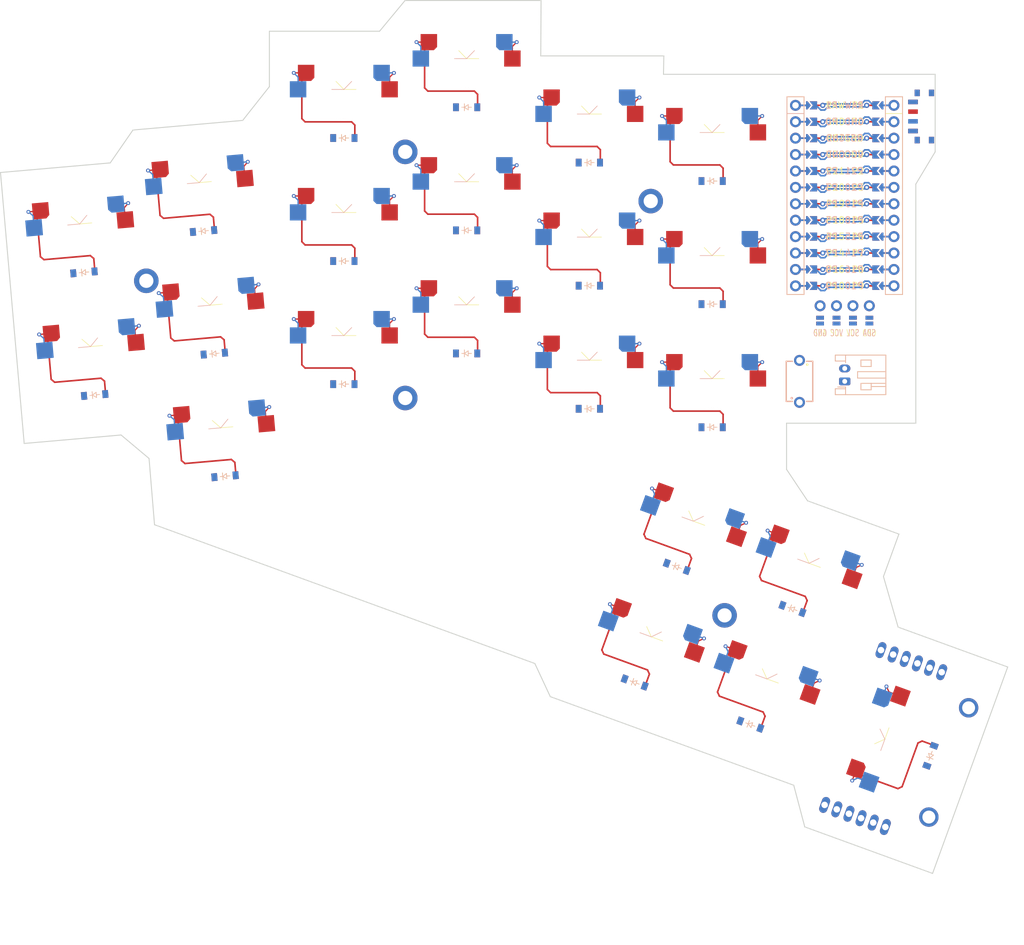
<source format=kicad_pcb>
(kicad_pcb (version 20240108) (generator "ergogen") (generator_version "4.2.1")
  (title_block (title "ergofunctor") (date "2025-11-24") (rev "v1.0.0") (company "Unknown"))
  (layers (0 "F.Cu" signal) (31 "B.Cu" signal) (34 "B.Paste" user) (35 "F.Paste" user) (36 "B.SilkS" user "B.Silkscreen") (37 "F.SilkS" user "F.Silkscreen") (38 "B.Mask" user) (39 "F.Mask" user) (44 "Edge.Cuts" user))
  (net 0 "")
  (net 1 "P4")
  (net 2 "outer_home")
  (net 3 "GND")
  (net 4 "D1")
  (net 5 "D2")
  (net 6 "outer_top")
  (net 7 "P5")
  (net 8 "innerp_bottom")
  (net 9 "innerp_home")
  (net 10 "innerp_top")
  (net 11 "P6")
  (net 12 "ring_bottom")
  (net 13 "ring_home")
  (net 14 "ring_top")
  (net 15 "P7")
  (net 16 "middle_bottom")
  (net 17 "middle_home")
  (net 18 "middle_top")
  (net 19 "P8")
  (net 20 "index_bottom")
  (net 21 "index_home")
  (net 22 "index_top")
  (net 23 "P9")
  (net 24 "inner_bottom")
  (net 25 "inner_home")
  (net 26 "inner_top")
  (net 27 "outer_top_row")
  (net 28 "middle_top_row")
  (net 29 "outer_bottom_row")
  (net 30 "middle_bottom_row")
  (net 31 "inner_row")
  (net 32 "P14")
  (net 33 "P15")
  (net 34 "P16")
  (net 35 "P10")
  (net 36 "RAW")
  (net 37 "RST")
  (net 38 "VCC")
  (net 39 "P21")
  (net 40 "P20")
  (net 41 "P19")
  (net 42 "P18")
  (net 43 "P1")
  (net 44 "P0")
  (net 45 "P2")
  (net 46 "P3")
  (net 47 "P101")
  (net 48 "P102")
  (net 49 "P107")
  (net 50 "MCU1_24")
  (net 51 "MCU1_1")
  (net 52 "MCU1_23")
  (net 53 "MCU1_2")
  (net 54 "MCU1_22")
  (net 55 "MCU1_3")
  (net 56 "MCU1_21")
  (net 57 "MCU1_4")
  (net 58 "MCU1_20")
  (net 59 "MCU1_5")
  (net 60 "MCU1_19")
  (net 61 "MCU1_6")
  (net 62 "MCU1_18")
  (net 63 "MCU1_7")
  (net 64 "MCU1_17")
  (net 65 "MCU1_8")
  (net 66 "MCU1_16")
  (net 67 "MCU1_9")
  (net 68 "MCU1_15")
  (net 69 "MCU1_10")
  (net 70 "MCU1_14")
  (net 71 "MCU1_11")
  (net 72 "MCU1_13")
  (net 73 "MCU1_12")
  (net 74 "sw1")
  (net 75 "DISP1_1")
  (net 76 "DISP1_2")
  (net 77 "DISP1_3")
  (net 78 "DISP1_4")
  (net 79 "inner_rowb")
  (footprint "ceoloide:switch_mx" (layer "B.Cu") (at 48.3396831 81.022491 5)
    (property "Reference" "S1" hide)
  )
  (segment (start 55.0129299 76.006793) (end 55.1763469 77.874658) (width 0.2) (layer "F.Cu") (net 1))
  (segment (start 55.617440800000004 75.2863649) (end 55.0129299 76.006793) (width 0.2) (layer "F.Cu") (net 1))
  (via (at 55.617440800000004 75.2863649) (size 0.6) (drill 0.3) (layers "F.Cu" "B.Cu") (net 1))
  (segment (start 53.716701400000005 75.45265810000001) (end 55.617440800000004 75.2863649) (width 0.2) (layer "B.Cu") (net 1))
  (segment (start 40.8968511 77.2417898) (end 41.0602681 79.1096549) (width 0.2) (layer "B.Cu") (net 2))
  (segment (start 40.176423 76.6372789) (end 40.8968511 77.2417898) (width 0.2) (layer "B.Cu") (net 2))
  (via (at 40.176423 76.6372789) (size 0.6) (drill 0.3) (layers "F.Cu" "B.Cu") (net 2))
  (segment (start 42.0771625 76.47098580000001) (end 40.176423 76.6372789) (width 0.2) (layer "F.Cu") (net 2))
  (footprint "ceoloide:switch_mx" (layer "B.Cu") (at 46.679366200000004 62.044982000000005 5)
    (property "Reference" "S2" hide)
  )
  (segment (start 53.352613000000005 57.029284000000004) (end 53.51603 58.897149000000006) (width 0.2) (layer "F.Cu") (net 1))
  (segment (start 53.957123900000006 56.308855900000005) (end 53.352613000000005 57.029284000000004) (width 0.2) (layer "F.Cu") (net 1))
  (via (at 53.957123900000006 56.308855900000005) (size 0.6) (drill 0.3) (layers "F.Cu" "B.Cu") (net 1))
  (segment (start 52.05638450000001 56.4751491) (end 53.957123900000006 56.308855900000005) (width 0.2) (layer "B.Cu") (net 1))
  (segment (start 39.2365342 58.2642808) (end 39.399951200000004 60.132145900000005) (width 0.2) (layer "B.Cu") (net 6))
  (segment (start 38.5161061 57.6597699) (end 39.2365342 58.2642808) (width 0.2) (layer "B.Cu") (net 6))
  (via (at 38.5161061 57.6597699) (size 0.6) (drill 0.3) (layers "F.Cu" "B.Cu") (net 6))
  (segment (start 40.4168456 57.4934768) (end 38.5161061 57.6597699) (width 0.2) (layer "F.Cu") (net 6))
  (footprint "ceoloide:switch_mx" (layer "B.Cu") (at 68.51262 93.5996636 5)
    (property "Reference" "S3" hide)
  )
  (segment (start 75.1858668 88.5839656) (end 75.3492838 90.4518306) (width 0.2) (layer "F.Cu") (net 7))
  (segment (start 75.7903777 87.8635375) (end 75.1858668 88.5839656) (width 0.2) (layer "F.Cu") (net 7))
  (via (at 75.7903777 87.8635375) (size 0.6) (drill 0.3) (layers "F.Cu" "B.Cu") (net 7))
  (segment (start 73.8896383 88.0298307) (end 75.7903777 87.8635375) (width 0.2) (layer "B.Cu") (net 7))
  (segment (start 61.069787999999996 89.8189624) (end 61.233205 91.68682749999999) (width 0.2) (layer "B.Cu") (net 8))
  (segment (start 60.349359899999996 89.2144515) (end 61.069787999999996 89.8189624) (width 0.2) (layer "B.Cu") (net 8))
  (via (at 60.349359899999996 89.2144515) (size 0.6) (drill 0.3) (layers "F.Cu" "B.Cu") (net 8))
  (segment (start 62.250099399999996 89.0481584) (end 60.349359899999996 89.2144515) (width 0.2) (layer "F.Cu") (net 8))
  (footprint "ceoloide:switch_mx" (layer "B.Cu") (at 66.8523031 74.6221546 5)
    (property "Reference" "S4" hide)
  )
  (segment (start 73.5255499 69.6064566) (end 73.6889669 71.4743216) (width 0.2) (layer "F.Cu") (net 7))
  (segment (start 74.1300608 68.88602850000001) (end 73.5255499 69.6064566) (width 0.2) (layer "F.Cu") (net 7))
  (via (at 74.1300608 68.88602850000001) (size 0.6) (drill 0.3) (layers "F.Cu" "B.Cu") (net 7))
  (segment (start 72.2293214 69.05232170000001) (end 74.1300608 68.88602850000001) (width 0.2) (layer "B.Cu") (net 7))
  (segment (start 59.4094711 70.8414534) (end 59.5728881 72.7093185) (width 0.2) (layer "B.Cu") (net 9))
  (segment (start 58.689043 70.2369425) (end 59.4094711 70.8414534) (width 0.2) (layer "B.Cu") (net 9))
  (via (at 58.689043 70.2369425) (size 0.6) (drill 0.3) (layers "F.Cu" "B.Cu") (net 9))
  (segment (start 60.5897825 70.07064940000001) (end 58.689043 70.2369425) (width 0.2) (layer "F.Cu") (net 9))
  (footprint "ceoloide:switch_mx" (layer "B.Cu") (at 65.1919862 55.644645600000004 5)
    (property "Reference" "S5" hide)
  )
  (segment (start 71.865233 50.628947600000004) (end 72.02865 52.496812600000005) (width 0.2) (layer "F.Cu") (net 7))
  (segment (start 72.4697439 49.908519500000004) (end 71.865233 50.628947600000004) (width 0.2) (layer "F.Cu") (net 7))
  (via (at 72.4697439 49.908519500000004) (size 0.6) (drill 0.3) (layers "F.Cu" "B.Cu") (net 7))
  (segment (start 70.5690045 50.0748127) (end 72.4697439 49.908519500000004) (width 0.2) (layer "B.Cu") (net 7))
  (segment (start 57.7491542 51.8639444) (end 57.9125712 53.731809500000004) (width 0.2) (layer "B.Cu") (net 10))
  (segment (start 57.0287261 51.2594335) (end 57.7491542 51.8639444) (width 0.2) (layer "B.Cu") (net 10))
  (via (at 57.0287261 51.2594335) (size 0.6) (drill 0.3) (layers "F.Cu" "B.Cu") (net 10))
  (segment (start 58.9294656 51.0931404) (end 57.0287261 51.2594335) (width 0.2) (layer "F.Cu") (net 10))
  (footprint "ceoloide:switch_mx" (layer "B.Cu") (at 87.3407048 79.3313928 0)
    (property "Reference" "S6" hide)
  )
  (segment (start 94.42570479999999 74.9163928) (end 94.42570479999999 76.7913928) (width 0.2) (layer "F.Cu") (net 11))
  (segment (start 95.0907048 74.2513928) (end 94.42570479999999 74.9163928) (width 0.2) (layer "F.Cu") (net 11))
  (via (at 95.0907048 74.2513928) (size 0.6) (drill 0.3) (layers "F.Cu" "B.Cu") (net 11))
  (segment (start 93.1827048 74.2513928) (end 95.0907048 74.2513928) (width 0.2) (layer "B.Cu") (net 11))
  (segment (start 80.2557048 74.9163928) (end 80.2557048 76.7913928) (width 0.2) (layer "B.Cu") (net 12))
  (segment (start 79.5907048 74.2513928) (end 80.2557048 74.9163928) (width 0.2) (layer "B.Cu") (net 12))
  (via (at 79.5907048 74.2513928) (size 0.6) (drill 0.3) (layers "F.Cu" "B.Cu") (net 12))
  (segment (start 81.4987048 74.2513928) (end 79.5907048 74.2513928) (width 0.2) (layer "F.Cu") (net 12))
  (footprint "ceoloide:switch_mx" (layer "B.Cu") (at 87.3407048 60.281392800000006 0)
    (property "Reference" "S7" hide)
  )
  (segment (start 94.42570479999999 55.86639280000001) (end 94.42570479999999 57.74139280000001) (width 0.2) (layer "F.Cu") (net 11))
  (segment (start 95.0907048 55.20139280000001) (end 94.42570479999999 55.86639280000001) (width 0.2) (layer "F.Cu") (net 11))
  (via (at 95.0907048 55.20139280000001) (size 0.6) (drill 0.3) (layers "F.Cu" "B.Cu") (net 11))
  (segment (start 93.1827048 55.20139280000001) (end 95.0907048 55.20139280000001) (width 0.2) (layer "B.Cu") (net 11))
  (segment (start 80.2557048 55.86639280000001) (end 80.2557048 57.74139280000001) (width 0.2) (layer "B.Cu") (net 13))
  (segment (start 79.5907048 55.20139280000001) (end 80.2557048 55.86639280000001) (width 0.2) (layer "B.Cu") (net 13))
  (via (at 79.5907048 55.20139280000001) (size 0.6) (drill 0.3) (layers "F.Cu" "B.Cu") (net 13))
  (segment (start 81.4987048 55.20139280000001) (end 79.5907048 55.20139280000001) (width 0.2) (layer "F.Cu") (net 13))
  (footprint "ceoloide:switch_mx" (layer "B.Cu") (at 87.3407048 41.23139280000001 0)
    (property "Reference" "S8" hide)
  )
  (segment (start 94.42570479999999 36.81639280000001) (end 94.42570479999999 38.69139280000001) (width 0.2) (layer "F.Cu") (net 11))
  (segment (start 95.0907048 36.15139280000001) (end 94.42570479999999 36.81639280000001) (width 0.2) (layer "F.Cu") (net 11))
  (via (at 95.0907048 36.15139280000001) (size 0.6) (drill 0.3) (layers "F.Cu" "B.Cu") (net 11))
  (segment (start 93.1827048 36.15139280000001) (end 95.0907048 36.15139280000001) (width 0.2) (layer "B.Cu") (net 11))
  (segment (start 80.2557048 36.81639280000001) (end 80.2557048 38.69139280000001) (width 0.2) (layer "B.Cu") (net 14))
  (segment (start 79.5907048 36.15139280000001) (end 80.2557048 36.81639280000001) (width 0.2) (layer "B.Cu") (net 14))
  (via (at 79.5907048 36.15139280000001) (size 0.6) (drill 0.3) (layers "F.Cu" "B.Cu") (net 14))
  (segment (start 81.4987048 36.15139280000001) (end 79.5907048 36.15139280000001) (width 0.2) (layer "F.Cu") (net 14))
  (footprint "ceoloide:switch_mx" (layer "B.Cu") (at 106.34070489999999 74.5688928 0)
    (property "Reference" "S9" hide)
  )
  (segment (start 113.42570489999999 70.1538928) (end 113.42570489999999 72.0288928) (width 0.2) (layer "F.Cu") (net 15))
  (segment (start 114.09070489999999 69.4888928) (end 113.42570489999999 70.1538928) (width 0.2) (layer "F.Cu") (net 15))
  (via (at 114.09070489999999 69.4888928) (size 0.6) (drill 0.3) (layers "F.Cu" "B.Cu") (net 15))
  (segment (start 112.18270489999999 69.4888928) (end 114.09070489999999 69.4888928) (width 0.2) (layer "B.Cu") (net 15))
  (segment (start 99.2557049 70.1538928) (end 99.2557049 72.0288928) (width 0.2) (layer "B.Cu") (net 16))
  (segment (start 98.59070489999999 69.4888928) (end 99.2557049 70.1538928) (width 0.2) (layer "B.Cu") (net 16))
  (via (at 98.59070489999999 69.4888928) (size 0.6) (drill 0.3) (layers "F.Cu" "B.Cu") (net 16))
  (segment (start 100.49870489999999 69.4888928) (end 98.59070489999999 69.4888928) (width 0.2) (layer "F.Cu") (net 16))
  (footprint "ceoloide:switch_mx" (layer "B.Cu") (at 106.34070489999999 55.5188928 0)
    (property "Reference" "S10" hide)
  )
  (segment (start 113.42570489999999 51.103892800000004) (end 113.42570489999999 52.978892800000004) (width 0.2) (layer "F.Cu") (net 15))
  (segment (start 114.09070489999999 50.438892800000005) (end 113.42570489999999 51.103892800000004) (width 0.2) (layer "F.Cu") (net 15))
  (via (at 114.09070489999999 50.438892800000005) (size 0.6) (drill 0.3) (layers "F.Cu" "B.Cu") (net 15))
  (segment (start 112.18270489999999 50.438892800000005) (end 114.09070489999999 50.438892800000005) (width 0.2) (layer "B.Cu") (net 15))
  (segment (start 99.2557049 51.103892800000004) (end 99.2557049 52.978892800000004) (width 0.2) (layer "B.Cu") (net 17))
  (segment (start 98.59070489999999 50.438892800000005) (end 99.2557049 51.103892800000004) (width 0.2) (layer "B.Cu") (net 17))
  (via (at 98.59070489999999 50.438892800000005) (size 0.6) (drill 0.3) (layers "F.Cu" "B.Cu") (net 17))
  (segment (start 100.49870489999999 50.438892800000005) (end 98.59070489999999 50.438892800000005) (width 0.2) (layer "F.Cu") (net 17))
  (footprint "ceoloide:switch_mx" (layer "B.Cu") (at 106.34070489999999 36.468892800000006 0)
    (property "Reference" "S11" hide)
  )
  (segment (start 113.42570489999999 32.05389280000001) (end 113.42570489999999 33.92889280000001) (width 0.2) (layer "F.Cu") (net 15))
  (segment (start 114.09070489999999 31.388892800000008) (end 113.42570489999999 32.05389280000001) (width 0.2) (layer "F.Cu") (net 15))
  (via (at 114.09070489999999 31.388892800000008) (size 0.6) (drill 0.3) (layers "F.Cu" "B.Cu") (net 15))
  (segment (start 112.18270489999999 31.388892800000008) (end 114.09070489999999 31.388892800000008) (width 0.2) (layer "B.Cu") (net 15))
  (segment (start 99.2557049 32.05389280000001) (end 99.2557049 33.92889280000001) (width 0.2) (layer "B.Cu") (net 18))
  (segment (start 98.59070489999999 31.388892800000008) (end 99.2557049 32.05389280000001) (width 0.2) (layer "B.Cu") (net 18))
  (via (at 98.59070489999999 31.388892800000008) (size 0.6) (drill 0.3) (layers "F.Cu" "B.Cu") (net 18))
  (segment (start 100.49870489999999 31.388892800000008) (end 98.59070489999999 31.388892800000008) (width 0.2) (layer "F.Cu") (net 18))
  (footprint "ceoloide:switch_mx" (layer "B.Cu") (at 125.34070489999999 83.1413927 0)
    (property "Reference" "S12" hide)
  )
  (segment (start 132.4257049 78.72639269999999) (end 132.4257049 80.60139269999999) (width 0.2) (layer "F.Cu") (net 19))
  (segment (start 133.0907049 78.0613927) (end 132.4257049 78.72639269999999) (width 0.2) (layer "F.Cu") (net 19))
  (via (at 133.0907049 78.0613927) (size 0.6) (drill 0.3) (layers "F.Cu" "B.Cu") (net 19))
  (segment (start 131.1827049 78.0613927) (end 133.0907049 78.0613927) (width 0.2) (layer "B.Cu") (net 19))
  (segment (start 118.2557049 78.72639269999999) (end 118.2557049 80.60139269999999) (width 0.2) (layer "B.Cu") (net 20))
  (segment (start 117.59070489999999 78.0613927) (end 118.2557049 78.72639269999999) (width 0.2) (layer "B.Cu") (net 20))
  (via (at 117.59070489999999 78.0613927) (size 0.6) (drill 0.3) (layers "F.Cu" "B.Cu") (net 20))
  (segment (start 119.49870489999999 78.0613927) (end 117.59070489999999 78.0613927) (width 0.2) (layer "F.Cu") (net 20))
  (footprint "ceoloide:switch_mx" (layer "B.Cu") (at 125.34070489999999 64.0913927 0)
    (property "Reference" "S13" hide)
  )
  (segment (start 132.4257049 59.6763927) (end 132.4257049 61.5513927) (width 0.2) (layer "F.Cu") (net 19))
  (segment (start 133.0907049 59.0113927) (end 132.4257049 59.6763927) (width 0.2) (layer "F.Cu") (net 19))
  (via (at 133.0907049 59.0113927) (size 0.6) (drill 0.3) (layers "F.Cu" "B.Cu") (net 19))
  (segment (start 131.1827049 59.0113927) (end 133.0907049 59.0113927) (width 0.2) (layer "B.Cu") (net 19))
  (segment (start 118.2557049 59.6763927) (end 118.2557049 61.5513927) (width 0.2) (layer "B.Cu") (net 21))
  (segment (start 117.59070489999999 59.0113927) (end 118.2557049 59.6763927) (width 0.2) (layer "B.Cu") (net 21))
  (via (at 117.59070489999999 59.0113927) (size 0.6) (drill 0.3) (layers "F.Cu" "B.Cu") (net 21))
  (segment (start 119.49870489999999 59.0113927) (end 117.59070489999999 59.0113927) (width 0.2) (layer "F.Cu") (net 21))
  (footprint "ceoloide:switch_mx" (layer "B.Cu") (at 125.34070489999999 45.0413927 0)
    (property "Reference" "S14" hide)
  )
  (segment (start 132.4257049 40.626392700000004) (end 132.4257049 42.501392700000004) (width 0.2) (layer "F.Cu") (net 19))
  (segment (start 133.0907049 39.961392700000005) (end 132.4257049 40.626392700000004) (width 0.2) (layer "F.Cu") (net 19))
  (via (at 133.0907049 39.961392700000005) (size 0.6) (drill 0.3) (layers "F.Cu" "B.Cu") (net 19))
  (segment (start 131.1827049 39.961392700000005) (end 133.0907049 39.961392700000005) (width 0.2) (layer "B.Cu") (net 19))
  (segment (start 118.2557049 40.626392700000004) (end 118.2557049 42.501392700000004) (width 0.2) (layer "B.Cu") (net 22))
  (segment (start 117.59070489999999 39.961392700000005) (end 118.2557049 40.626392700000004) (width 0.2) (layer "B.Cu") (net 22))
  (via (at 117.59070489999999 39.961392700000005) (size 0.6) (drill 0.3) (layers "F.Cu" "B.Cu") (net 22))
  (segment (start 119.49870489999999 39.961392700000005) (end 117.59070489999999 39.961392700000005) (width 0.2) (layer "F.Cu") (net 22))
  (footprint "ceoloide:switch_mx" (layer "B.Cu") (at 144.3407049 85.99889280000001 0)
    (property "Reference" "S15" hide)
  )
  (segment (start 151.4257049 81.5838928) (end 151.4257049 83.4588928) (width 0.2) (layer "F.Cu") (net 23))
  (segment (start 152.0907049 80.91889280000001) (end 151.4257049 81.5838928) (width 0.2) (layer "F.Cu") (net 23))
  (via (at 152.0907049 80.91889280000001) (size 0.6) (drill 0.3) (layers "F.Cu" "B.Cu") (net 23))
  (segment (start 150.1827049 80.91889280000001) (end 152.0907049 80.91889280000001) (width 0.2) (layer "B.Cu") (net 23))
  (segment (start 137.25570489999998 81.5838928) (end 137.25570489999998 83.4588928) (width 0.2) (layer "B.Cu") (net 24))
  (segment (start 136.5907049 80.91889280000001) (end 137.25570489999998 81.5838928) (width 0.2) (layer "B.Cu") (net 24))
  (via (at 136.5907049 80.91889280000001) (size 0.6) (drill 0.3) (layers "F.Cu" "B.Cu") (net 24))
  (segment (start 138.49870489999998 80.91889280000001) (end 136.5907049 80.91889280000001) (width 0.2) (layer "F.Cu") (net 24))
  (footprint "ceoloide:switch_mx" (layer "B.Cu") (at 144.3407049 66.94889280000001 0)
    (property "Reference" "S16" hide)
  )
  (segment (start 151.4257049 62.53389280000001) (end 151.4257049 64.4088928) (width 0.2) (layer "F.Cu") (net 23))
  (segment (start 152.0907049 61.86889280000001) (end 151.4257049 62.53389280000001) (width 0.2) (layer "F.Cu") (net 23))
  (via (at 152.0907049 61.86889280000001) (size 0.6) (drill 0.3) (layers "F.Cu" "B.Cu") (net 23))
  (segment (start 150.1827049 61.86889280000001) (end 152.0907049 61.86889280000001) (width 0.2) (layer "B.Cu") (net 23))
  (segment (start 137.25570489999998 62.53389280000001) (end 137.25570489999998 64.4088928) (width 0.2) (layer "B.Cu") (net 25))
  (segment (start 136.5907049 61.86889280000001) (end 137.25570489999998 62.53389280000001) (width 0.2) (layer "B.Cu") (net 25))
  (via (at 136.5907049 61.86889280000001) (size 0.6) (drill 0.3) (layers "F.Cu" "B.Cu") (net 25))
  (segment (start 138.49870489999998 61.86889280000001) (end 136.5907049 61.86889280000001) (width 0.2) (layer "F.Cu") (net 25))
  (footprint "ceoloide:switch_mx" (layer "B.Cu") (at 144.3407049 47.89889280000001 0)
    (property "Reference" "S17" hide)
  )
  (segment (start 151.4257049 43.483892800000014) (end 151.4257049 45.358892800000014) (width 0.2) (layer "F.Cu") (net 23))
  (segment (start 152.0907049 42.818892800000015) (end 151.4257049 43.483892800000014) (width 0.2) (layer "F.Cu") (net 23))
  (via (at 152.0907049 42.818892800000015) (size 0.6) (drill 0.3) (layers "F.Cu" "B.Cu") (net 23))
  (segment (start 150.1827049 42.818892800000015) (end 152.0907049 42.818892800000015) (width 0.2) (layer "B.Cu") (net 23))
  (segment (start 137.25570489999998 43.483892800000014) (end 137.25570489999998 45.358892800000014) (width 0.2) (layer "B.Cu") (net 26))
  (segment (start 136.5907049 42.818892800000015) (end 137.25570489999998 43.483892800000014) (width 0.2) (layer "B.Cu") (net 26))
  (via (at 136.5907049 42.818892800000015) (size 0.6) (drill 0.3) (layers "F.Cu" "B.Cu") (net 26))
  (segment (start 138.49870489999998 42.818892800000015) (end 136.5907049 42.818892800000015) (width 0.2) (layer "F.Cu") (net 26))
  (footprint "ceoloide:switch_mx" (layer "B.Cu") (at 140.5807049 107.9063927 -20)
    (property "Reference" "S18" hide)
  )
  (segment (start 148.7484461 106.1808625) (end 148.1071583 107.9427862) (width 0.2) (layer "F.Cu") (net 1))
  (segment (start 149.600785 105.7834103) (end 148.7484461 106.1808625) (width 0.2) (layer "F.Cu") (net 1))
  (via (at 149.600785 105.7834103) (size 0.6) (drill 0.3) (layers "F.Cu" "B.Cu") (net 1))
  (segment (start 147.8078515 105.1308359) (end 149.600785 105.7834103) (width 0.2) (layer "B.Cu") (net 1))
  (segment (start 135.4330016 101.3344371) (end 134.7917138 103.09636069999999) (width 0.2) (layer "B.Cu") (net 27))
  (segment (start 135.0355494 100.4820981) (end 135.4330016 101.3344371) (width 0.2) (layer "B.Cu") (net 27))
  (via (at 135.0355494 100.4820981) (size 0.6) (drill 0.3) (layers "F.Cu" "B.Cu") (net 27))
  (segment (start 136.8284829 101.1346725) (end 135.0355494 100.4820981) (width 0.2) (layer "F.Cu") (net 27))
  (footprint "ceoloide:switch_mx" (layer "B.Cu") (at 158.4818493 114.4218764 -20)
    (property "Reference" "S19" hide)
  )
  (segment (start 166.6495905 112.69634620000001) (end 166.0083027 114.4582699) (width 0.2) (layer "F.Cu") (net 7))
  (segment (start 167.5019294 112.298894) (end 166.6495905 112.69634620000001) (width 0.2) (layer "F.Cu") (net 7))
  (via (at 167.5019294 112.298894) (size 0.6) (drill 0.3) (layers "F.Cu" "B.Cu") (net 7))
  (segment (start 165.7089959 111.6463196) (end 167.5019294 112.298894) (width 0.2) (layer "B.Cu") (net 7))
  (segment (start 153.334146 107.8499208) (end 152.6928582 109.6118444) (width 0.2) (layer "B.Cu") (net 28))
  (segment (start 152.9366938 106.9975818) (end 153.334146 107.8499208) (width 0.2) (layer "B.Cu") (net 28))
  (via (at 152.9366938 106.9975818) (size 0.6) (drill 0.3) (layers "F.Cu" "B.Cu") (net 28))
  (segment (start 154.7296273 107.6501562) (end 152.9366938 106.9975818) (width 0.2) (layer "F.Cu") (net 28))
  (footprint "ceoloide:switch_mx" (layer "B.Cu") (at 134.0652212 125.80753709999999 -20)
    (property "Reference" "S20" hide)
  )
  (segment (start 142.2329624 124.0820069) (end 141.5916746 125.8439306) (width 0.2) (layer "F.Cu") (net 11))
  (segment (start 143.0853013 123.68455469999999) (end 142.2329624 124.0820069) (width 0.2) (layer "F.Cu") (net 11))
  (via (at 143.0853013 123.68455469999999) (size 0.6) (drill 0.3) (layers "F.Cu" "B.Cu") (net 11))
  (segment (start 141.2923678 123.03198029999999) (end 143.0853013 123.68455469999999) (width 0.2) (layer "B.Cu") (net 11))
  (segment (start 128.9175179 119.2355815) (end 128.2762301 120.99750509999998) (width 0.2) (layer "B.Cu") (net 29))
  (segment (start 128.5200657 118.3832425) (end 128.9175179 119.2355815) (width 0.2) (layer "B.Cu") (net 29))
  (via (at 128.5200657 118.3832425) (size 0.6) (drill 0.3) (layers "F.Cu" "B.Cu") (net 29))
  (segment (start 130.3129992 119.03581689999999) (end 128.5200657 118.3832425) (width 0.2) (layer "F.Cu") (net 29))
  (footprint "ceoloide:switch_mx" (layer "B.Cu") (at 151.9663656 132.3230208 -20)
    (property "Reference" "S21" hide)
  )
  (segment (start 160.13410679999998 130.5974906) (end 159.492819 132.3594143) (width 0.2) (layer "F.Cu") (net 15))
  (segment (start 160.9864457 130.20003839999998) (end 160.13410679999998 130.5974906) (width 0.2) (layer "F.Cu") (net 15))
  (via (at 160.9864457 130.20003839999998) (size 0.6) (drill 0.3) (layers "F.Cu" "B.Cu") (net 15))
  (segment (start 159.1935122 129.547464) (end 160.9864457 130.20003839999998) (width 0.2) (layer "B.Cu") (net 15))
  (segment (start 146.8186623 125.7510652) (end 146.17737449999998 127.51298879999999) (width 0.2) (layer "B.Cu") (net 30))
  (segment (start 146.4212101 124.8987262) (end 146.8186623 125.7510652) (width 0.2) (layer "B.Cu") (net 30))
  (via (at 146.4212101 124.8987262) (size 0.6) (drill 0.3) (layers "F.Cu" "B.Cu") (net 30))
  (segment (start 148.2141436 125.55130059999999) (end 146.4212101 124.8987262) (width 0.2) (layer "F.Cu") (net 30))
  (footprint "ceoloide:switch_mx" (layer "B.Cu") (at 173.4477389 140.1416013 70)
    (property "Reference" "S22" hide)
  )
  (segment (start 171.72220869999998 131.9738601) (end 173.4841324 132.61514789999998) (width 0.2) (layer "F.Cu") (net 19))
  (segment (start 171.32475649999998 131.1215212) (end 171.72220869999998 131.9738601) (width 0.2) (layer "F.Cu") (net 19))
  (via (at 171.32475649999998 131.1215212) (size 0.6) (drill 0.3) (layers "F.Cu" "B.Cu") (net 19))
  (segment (start 170.6721821 132.9144547) (end 171.32475649999998 131.1215212) (width 0.2) (layer "B.Cu") (net 19))
  (segment (start 166.8757833 145.28930459999998) (end 168.63770689999998 145.9305924) (width 0.2) (layer "B.Cu") (net 31))
  (segment (start 166.0234443 145.68675679999998) (end 166.8757833 145.28930459999998) (width 0.2) (layer "B.Cu") (net 31))
  (via (at 166.0234443 145.68675679999998) (size 0.6) (drill 0.3) (layers "F.Cu" "B.Cu") (net 31))
  (segment (start 166.6760187 143.89382329999998) (end 166.0234443 145.68675679999998) (width 0.2) (layer "F.Cu") (net 31))
  (footprint "ceoloide:diode_tht_sod123" (layer "F.Cu") (at 48.7754618 86.0034645 5)
    (property "Reference" "D1" hide)
  )
  (footprint "ceoloide:diode_tht_sod123" (layer "F.Cu") (at 47.115144900000004 67.02595550000001 5)
    (property "Reference" "D2" hide)
  )
  (footprint "ceoloide:diode_tht_sod123" (layer "F.Cu") (at 68.9483987 98.5806371 5)
    (property "Reference" "D3" hide)
  )
  (footprint "ceoloide:diode_tht_sod123" (layer "F.Cu") (at 67.2880818 79.6031281 5)
    (property "Reference" "D4" hide)
  )
  (footprint "ceoloide:diode_tht_sod123" (layer "F.Cu") (at 65.6277649 60.6256191 5)
    (property "Reference" "D5" hide)
  )
  (footprint "ceoloide:diode_tht_sod123" (layer "F.Cu") (at 87.3407048 84.3313928 0)
    (property "Reference" "D6" hide)
  )
  (footprint "ceoloide:diode_tht_sod123" (layer "F.Cu") (at 87.3407048 65.2813928 0)
    (property "Reference" "D7" hide)
  )
  (footprint "ceoloide:diode_tht_sod123" (layer "F.Cu") (at 87.3407048 46.23139280000001 0)
    (property "Reference" "D8" hide)
  )
  (footprint "ceoloide:diode_tht_sod123" (layer "F.Cu") (at 106.34070489999999 79.5688928 0)
    (property "Reference" "D9" hide)
  )
  (footprint "ceoloide:diode_tht_sod123" (layer "F.Cu") (at 106.34070489999999 60.5188928 0)
    (property "Reference" "D10" hide)
  )
  (footprint "ceoloide:diode_tht_sod123" (layer "F.Cu") (at 106.34070489999999 41.468892800000006 0)
    (property "Reference" "D11" hide)
  )
  (footprint "ceoloide:diode_tht_sod123" (layer "F.Cu") (at 125.34070489999999 88.1413927 0)
    (property "Reference" "D12" hide)
  )
  (footprint "ceoloide:diode_tht_sod123" (layer "F.Cu") (at 125.34070489999999 69.0913927 0)
    (property "Reference" "D13" hide)
  )
  (footprint "ceoloide:diode_tht_sod123" (layer "F.Cu") (at 125.34070489999999 50.0413927 0)
    (property "Reference" "D14" hide)
  )
  (footprint "ceoloide:diode_tht_sod123" (layer "F.Cu") (at 144.3407049 90.99889280000001 0)
    (property "Reference" "D15" hide)
  )
  (footprint "ceoloide:diode_tht_sod123" (layer "F.Cu") (at 144.3407049 71.94889280000001 0)
    (property "Reference" "D16" hide)
  )
  (footprint "ceoloide:diode_tht_sod123" (layer "F.Cu") (at 144.3407049 52.89889280000001 0)
    (property "Reference" "D17" hide)
  )
  (footprint "ceoloide:diode_tht_sod123" (layer "F.Cu") (at 138.8706042 112.6048558 -20)
    (property "Reference" "D18" hide)
  )
  (footprint "ceoloide:diode_tht_sod123" (layer "F.Cu") (at 156.7717486 119.1203395 -20)
    (property "Reference" "D19" hide)
  )
  (footprint "ceoloide:diode_tht_sod123" (layer "F.Cu") (at 132.3551205 130.5060002 -20)
    (property "Reference" "D20" hide)
  )
  (footprint "ceoloide:diode_tht_sod123" (layer "F.Cu") (at 150.2562649 137.0214839 -20)
    (property "Reference" "D21" hide)
  )
  (footprint "ceoloide:diode_tht_sod123" (layer "F.Cu") (at 178.146202 141.851702 70)
    (property "Reference" "D22" hide)
  )
  (segment (start 42.0771625 76.47098580000001) (end 41.5157946 77.6042245) (width 0.25) (layer F.Cu) (net 0))
  (segment (start 41.5157946 77.6042245) (end 42.038729000000004 83.58139270000001) (width 0.25) (layer F.Cu) (net 0))
  (segment (start 42.038729000000004 83.58139270000001) (end 42.580404300000005 84.0359122) (width 0.25) (layer F.Cu) (net 0))
  (segment (start 42.580404300000005 84.0359122) (end 49.7530061 83.4083909) (width 0.25) (layer F.Cu) (net 0))
  (segment (start 49.7530061 83.4083909) (end 50.2946813 83.8629103) (width 0.25) (layer F.Cu) (net 0))
  (segment (start 50.2946813 83.8629103) (end 50.4689928 85.8552997) (width 0.25) (layer F.Cu) (net 0))
  (segment (start 40.4168456 57.4934768) (end 39.8554777 58.6267155) (width 0.25) (layer F.Cu) (net 0))
  (segment (start 39.8554777 58.6267155) (end 40.378412100000006 64.60388370000001) (width 0.25) (layer F.Cu) (net 0))
  (segment (start 40.378412100000006 64.60388370000001) (end 40.92008740000001 65.0584032) (width 0.25) (layer F.Cu) (net 0))
  (segment (start 40.92008740000001 65.0584032) (end 48.0926892 64.4308819) (width 0.25) (layer F.Cu) (net 0))
  (segment (start 48.0926892 64.4308819) (end 48.6343644 64.8854013) (width 0.25) (layer F.Cu) (net 0))
  (segment (start 48.6343644 64.8854013) (end 48.808675900000004 66.8777907) (width 0.25) (layer F.Cu) (net 0))
  (segment (start 62.250099399999996 89.0481584) (end 61.688731499999996 90.1813971) (width 0.25) (layer F.Cu) (net 0))
  (segment (start 61.688731499999996 90.1813971) (end 62.2116659 96.15856529999999) (width 0.25) (layer F.Cu) (net 0))
  (segment (start 62.2116659 96.15856529999999) (end 62.7533412 96.6130848) (width 0.25) (layer F.Cu) (net 0))
  (segment (start 62.7533412 96.6130848) (end 69.925943 95.9855635) (width 0.25) (layer F.Cu) (net 0))
  (segment (start 69.925943 95.9855635) (end 70.4676182 96.4400829) (width 0.25) (layer F.Cu) (net 0))
  (segment (start 70.4676182 96.4400829) (end 70.64192969999999 98.4324723) (width 0.25) (layer F.Cu) (net 0))
  (segment (start 60.5897825 70.07064940000001) (end 60.0284146 71.2038881) (width 0.25) (layer F.Cu) (net 0))
  (segment (start 60.0284146 71.2038881) (end 60.551349 77.1810563) (width 0.25) (layer F.Cu) (net 0))
  (segment (start 60.551349 77.1810563) (end 61.0930243 77.6355758) (width 0.25) (layer F.Cu) (net 0))
  (segment (start 61.0930243 77.6355758) (end 68.2656261 77.0080545) (width 0.25) (layer F.Cu) (net 0))
  (segment (start 68.2656261 77.0080545) (end 68.8073013 77.4625739) (width 0.25) (layer F.Cu) (net 0))
  (segment (start 68.8073013 77.4625739) (end 68.9816128 79.4549633) (width 0.25) (layer F.Cu) (net 0))
  (segment (start 58.9294656 51.0931404) (end 58.3680977 52.2263791) (width 0.25) (layer F.Cu) (net 0))
  (segment (start 58.3680977 52.2263791) (end 58.891032100000004 58.203547300000004) (width 0.25) (layer F.Cu) (net 0))
  (segment (start 58.891032100000004 58.203547300000004) (end 59.432707400000005 58.6580668) (width 0.25) (layer F.Cu) (net 0))
  (segment (start 59.432707400000005 58.6580668) (end 66.60530920000001 58.0305455) (width 0.25) (layer F.Cu) (net 0))
  (segment (start 66.60530920000001 58.0305455) (end 67.14698440000001 58.485064900000005) (width 0.25) (layer F.Cu) (net 0))
  (segment (start 67.14698440000001 58.485064900000005) (end 67.3212959 60.477454300000005) (width 0.25) (layer F.Cu) (net 0))
  (segment (start 81.4987048 74.2513928) (end 80.8407048 75.3313928) (width 0.25) (layer F.Cu) (net 0))
  (segment (start 80.8407048 75.3313928) (end 80.8407048 81.3313928) (width 0.25) (layer F.Cu) (net 0))
  (segment (start 80.8407048 81.3313928) (end 81.3407048 81.8313928) (width 0.25) (layer F.Cu) (net 0))
  (segment (start 81.3407048 81.8313928) (end 88.5407048 81.8313928) (width 0.25) (layer F.Cu) (net 0))
  (segment (start 88.5407048 81.8313928) (end 89.0407048 82.3313928) (width 0.25) (layer F.Cu) (net 0))
  (segment (start 89.0407048 82.3313928) (end 89.0407048 84.3313928) (width 0.25) (layer F.Cu) (net 0))
  (segment (start 81.4987048 55.20139280000001) (end 80.8407048 56.281392800000006) (width 0.25) (layer F.Cu) (net 0))
  (segment (start 80.8407048 56.281392800000006) (end 80.8407048 62.281392800000006) (width 0.25) (layer F.Cu) (net 0))
  (segment (start 80.8407048 62.281392800000006) (end 81.3407048 62.781392800000006) (width 0.25) (layer F.Cu) (net 0))
  (segment (start 81.3407048 62.781392800000006) (end 88.5407048 62.781392800000006) (width 0.25) (layer F.Cu) (net 0))
  (segment (start 88.5407048 62.781392800000006) (end 89.0407048 63.281392800000006) (width 0.25) (layer F.Cu) (net 0))
  (segment (start 89.0407048 63.281392800000006) (end 89.0407048 65.2813928) (width 0.25) (layer F.Cu) (net 0))
  (segment (start 81.4987048 36.15139280000001) (end 80.8407048 37.23139280000001) (width 0.25) (layer F.Cu) (net 0))
  (segment (start 80.8407048 37.23139280000001) (end 80.8407048 43.23139280000001) (width 0.25) (layer F.Cu) (net 0))
  (segment (start 80.8407048 43.23139280000001) (end 81.3407048 43.73139280000001) (width 0.25) (layer F.Cu) (net 0))
  (segment (start 81.3407048 43.73139280000001) (end 88.5407048 43.73139280000001) (width 0.25) (layer F.Cu) (net 0))
  (segment (start 88.5407048 43.73139280000001) (end 89.0407048 44.23139280000001) (width 0.25) (layer F.Cu) (net 0))
  (segment (start 89.0407048 44.23139280000001) (end 89.0407048 46.23139280000001) (width 0.25) (layer F.Cu) (net 0))
  (segment (start 100.49870489999999 69.4888928) (end 99.84070489999999 70.5688928) (width 0.25) (layer F.Cu) (net 0))
  (segment (start 99.84070489999999 70.5688928) (end 99.84070489999999 76.5688928) (width 0.25) (layer F.Cu) (net 0))
  (segment (start 99.84070489999999 76.5688928) (end 100.34070489999999 77.0688928) (width 0.25) (layer F.Cu) (net 0))
  (segment (start 100.34070489999999 77.0688928) (end 107.5407049 77.0688928) (width 0.25) (layer F.Cu) (net 0))
  (segment (start 107.5407049 77.0688928) (end 108.0407049 77.5688928) (width 0.25) (layer F.Cu) (net 0))
  (segment (start 108.0407049 77.5688928) (end 108.0407049 79.5688928) (width 0.25) (layer F.Cu) (net 0))
  (segment (start 100.49870489999999 50.438892800000005) (end 99.84070489999999 51.5188928) (width 0.25) (layer F.Cu) (net 0))
  (segment (start 99.84070489999999 51.5188928) (end 99.84070489999999 57.5188928) (width 0.25) (layer F.Cu) (net 0))
  (segment (start 99.84070489999999 57.5188928) (end 100.34070489999999 58.0188928) (width 0.25) (layer F.Cu) (net 0))
  (segment (start 100.34070489999999 58.0188928) (end 107.5407049 58.0188928) (width 0.25) (layer F.Cu) (net 0))
  (segment (start 107.5407049 58.0188928) (end 108.0407049 58.5188928) (width 0.25) (layer F.Cu) (net 0))
  (segment (start 108.0407049 58.5188928) (end 108.0407049 60.5188928) (width 0.25) (layer F.Cu) (net 0))
  (segment (start 100.49870489999999 31.388892800000008) (end 99.84070489999999 32.468892800000006) (width 0.25) (layer F.Cu) (net 0))
  (segment (start 99.84070489999999 32.468892800000006) (end 99.84070489999999 38.468892800000006) (width 0.25) (layer F.Cu) (net 0))
  (segment (start 99.84070489999999 38.468892800000006) (end 100.34070489999999 38.968892800000006) (width 0.25) (layer F.Cu) (net 0))
  (segment (start 100.34070489999999 38.968892800000006) (end 107.5407049 38.968892800000006) (width 0.25) (layer F.Cu) (net 0))
  (segment (start 107.5407049 38.968892800000006) (end 108.0407049 39.468892800000006) (width 0.25) (layer F.Cu) (net 0))
  (segment (start 108.0407049 39.468892800000006) (end 108.0407049 41.468892800000006) (width 0.25) (layer F.Cu) (net 0))
  (segment (start 119.49870489999999 78.0613927) (end 118.84070489999999 79.1413927) (width 0.25) (layer F.Cu) (net 0))
  (segment (start 118.84070489999999 79.1413927) (end 118.84070489999999 85.1413927) (width 0.25) (layer F.Cu) (net 0))
  (segment (start 118.84070489999999 85.1413927) (end 119.34070489999999 85.6413927) (width 0.25) (layer F.Cu) (net 0))
  (segment (start 119.34070489999999 85.6413927) (end 126.5407049 85.6413927) (width 0.25) (layer F.Cu) (net 0))
  (segment (start 126.5407049 85.6413927) (end 127.0407049 86.1413927) (width 0.25) (layer F.Cu) (net 0))
  (segment (start 127.0407049 86.1413927) (end 127.0407049 88.1413927) (width 0.25) (layer F.Cu) (net 0))
  (segment (start 119.49870489999999 59.0113927) (end 118.84070489999999 60.0913927) (width 0.25) (layer F.Cu) (net 0))
  (segment (start 118.84070489999999 60.0913927) (end 118.84070489999999 66.0913927) (width 0.25) (layer F.Cu) (net 0))
  (segment (start 118.84070489999999 66.0913927) (end 119.34070489999999 66.5913927) (width 0.25) (layer F.Cu) (net 0))
  (segment (start 119.34070489999999 66.5913927) (end 126.5407049 66.5913927) (width 0.25) (layer F.Cu) (net 0))
  (segment (start 126.5407049 66.5913927) (end 127.0407049 67.0913927) (width 0.25) (layer F.Cu) (net 0))
  (segment (start 127.0407049 67.0913927) (end 127.0407049 69.0913927) (width 0.25) (layer F.Cu) (net 0))
  (segment (start 119.49870489999999 39.961392700000005) (end 118.84070489999999 41.0413927) (width 0.25) (layer F.Cu) (net 0))
  (segment (start 118.84070489999999 41.0413927) (end 118.84070489999999 47.0413927) (width 0.25) (layer F.Cu) (net 0))
  (segment (start 118.84070489999999 47.0413927) (end 119.34070489999999 47.5413927) (width 0.25) (layer F.Cu) (net 0))
  (segment (start 119.34070489999999 47.5413927) (end 126.5407049 47.5413927) (width 0.25) (layer F.Cu) (net 0))
  (segment (start 126.5407049 47.5413927) (end 127.0407049 48.0413927) (width 0.25) (layer F.Cu) (net 0))
  (segment (start 127.0407049 48.0413927) (end 127.0407049 50.0413927) (width 0.25) (layer F.Cu) (net 0))
  (segment (start 138.49870489999998 80.91889280000001) (end 137.8407049 81.99889280000001) (width 0.25) (layer F.Cu) (net 0))
  (segment (start 137.8407049 81.99889280000001) (end 137.8407049 87.99889280000001) (width 0.25) (layer F.Cu) (net 0))
  (segment (start 137.8407049 87.99889280000001) (end 138.3407049 88.49889280000001) (width 0.25) (layer F.Cu) (net 0))
  (segment (start 138.3407049 88.49889280000001) (end 145.54070489999998 88.49889280000001) (width 0.25) (layer F.Cu) (net 0))
  (segment (start 145.54070489999998 88.49889280000001) (end 146.04070489999998 88.99889280000001) (width 0.25) (layer F.Cu) (net 0))
  (segment (start 146.04070489999998 88.99889280000001) (end 146.04070489999998 90.99889280000001) (width 0.25) (layer F.Cu) (net 0))
  (segment (start 138.49870489999998 61.86889280000001) (end 137.8407049 62.94889280000001) (width 0.25) (layer F.Cu) (net 0))
  (segment (start 137.8407049 62.94889280000001) (end 137.8407049 68.94889280000001) (width 0.25) (layer F.Cu) (net 0))
  (segment (start 137.8407049 68.94889280000001) (end 138.3407049 69.44889280000001) (width 0.25) (layer F.Cu) (net 0))
  (segment (start 138.3407049 69.44889280000001) (end 145.54070489999998 69.44889280000001) (width 0.25) (layer F.Cu) (net 0))
  (segment (start 145.54070489999998 69.44889280000001) (end 146.04070489999998 69.94889280000001) (width 0.25) (layer F.Cu) (net 0))
  (segment (start 146.04070489999998 69.94889280000001) (end 146.04070489999998 71.94889280000001) (width 0.25) (layer F.Cu) (net 0))
  (segment (start 138.49870489999998 42.818892800000015) (end 137.8407049 43.89889280000001) (width 0.25) (layer F.Cu) (net 0))
  (segment (start 137.8407049 43.89889280000001) (end 137.8407049 49.89889280000001) (width 0.25) (layer F.Cu) (net 0))
  (segment (start 137.8407049 49.89889280000001) (end 138.3407049 50.39889280000001) (width 0.25) (layer F.Cu) (net 0))
  (segment (start 138.3407049 50.39889280000001) (end 145.54070489999998 50.39889280000001) (width 0.25) (layer F.Cu) (net 0))
  (segment (start 145.54070489999998 50.39889280000001) (end 146.04070489999998 50.89889280000001) (width 0.25) (layer F.Cu) (net 0))
  (segment (start 146.04070489999998 50.89889280000001) (end 146.04070489999998 52.89889280000001) (width 0.25) (layer F.Cu) (net 0))
  (segment (start 136.8284829 101.1346725) (end 135.8407834 101.9244913) (width 0.25) (layer F.Cu) (net 0))
  (segment (start 135.8407834 101.9244913) (end 133.7886626 107.562647) (width 0.25) (layer F.Cu) (net 0))
  (segment (start 133.7886626 107.562647) (end 134.0874988 108.2035034) (width 0.25) (layer F.Cu) (net 0))
  (segment (start 134.0874988 108.2035034) (end 140.8532857 110.6660484) (width 0.25) (layer F.Cu) (net 0))
  (segment (start 140.8532857 110.6660484) (end 141.1521219 111.3069048) (width 0.25) (layer F.Cu) (net 0))
  (segment (start 141.1521219 111.3069048) (end 140.4680816 113.18629) (width 0.25) (layer F.Cu) (net 0))
  (segment (start 154.7296273 107.6501562) (end 153.74192779999998 108.439975) (width 0.25) (layer F.Cu) (net 0))
  (segment (start 153.74192779999998 108.439975) (end 151.689807 114.0781307) (width 0.25) (layer F.Cu) (net 0))
  (segment (start 151.689807 114.0781307) (end 151.98864319999998 114.7189871) (width 0.25) (layer F.Cu) (net 0))
  (segment (start 151.98864319999998 114.7189871) (end 158.75443009999998 117.1815321) (width 0.25) (layer F.Cu) (net 0))
  (segment (start 158.75443009999998 117.1815321) (end 159.0532663 117.8223885) (width 0.25) (layer F.Cu) (net 0))
  (segment (start 159.0532663 117.8223885) (end 158.369226 119.7017737) (width 0.25) (layer F.Cu) (net 0))
  (segment (start 130.3129992 119.03581689999999) (end 129.3252997 119.82563569999999) (width 0.25) (layer F.Cu) (net 0))
  (segment (start 129.3252997 119.82563569999999) (end 127.27317889999999 125.46379139999999) (width 0.25) (layer F.Cu) (net 0))
  (segment (start 127.27317889999999 125.46379139999999) (end 127.5720151 126.1046478) (width 0.25) (layer F.Cu) (net 0))
  (segment (start 127.5720151 126.1046478) (end 134.33780199999998 128.5671928) (width 0.25) (layer F.Cu) (net 0))
  (segment (start 134.33780199999998 128.5671928) (end 134.6366382 129.20804919999998) (width 0.25) (layer F.Cu) (net 0))
  (segment (start 134.6366382 129.20804919999998) (end 133.9525979 131.08743439999998) (width 0.25) (layer F.Cu) (net 0))
  (segment (start 148.2141436 125.55130059999999) (end 147.22644409999998 126.3411194) (width 0.25) (layer F.Cu) (net 0))
  (segment (start 147.22644409999998 126.3411194) (end 145.1743233 131.9792751) (width 0.25) (layer F.Cu) (net 0))
  (segment (start 145.1743233 131.9792751) (end 145.47315949999998 132.62013149999999) (width 0.25) (layer F.Cu) (net 0))
  (segment (start 145.47315949999998 132.62013149999999) (end 152.23894639999997 135.0826765) (width 0.25) (layer F.Cu) (net 0))
  (segment (start 152.23894639999997 135.0826765) (end 152.53778259999999 135.72353289999998) (width 0.25) (layer F.Cu) (net 0))
  (segment (start 152.53778259999999 135.72353289999998) (end 151.8537423 137.60291809999998) (width 0.25) (layer F.Cu) (net 0))
  (segment (start 166.6760187 143.89382329999998) (end 167.4658375 144.8815228) (width 0.25) (layer F.Cu) (net 0))
  (segment (start 167.4658375 144.8815228) (end 173.1039932 146.93364359999998) (width 0.25) (layer F.Cu) (net 0))
  (segment (start 173.1039932 146.93364359999998) (end 173.74484959999998 146.6348074) (width 0.25) (layer F.Cu) (net 0))
  (segment (start 173.74484959999998 146.6348074) (end 176.2073946 139.8690205) (width 0.25) (layer F.Cu) (net 0))
  (segment (start 176.2073946 139.8690205) (end 176.84825099999998 139.5701843) (width 0.25) (layer F.Cu) (net 0))
  (segment (start 176.84825099999998 139.5701843) (end 178.72763619999998 140.2542246) (width 0.25) (layer F.Cu) (net 0))
  (footprint "ceoloide:mcu_supermini_nrf52840" (layer "F.Cu") (at 164.8657049 53.873892800000014 0)
    (property "Reference" "MCU1" hide)
  )
  (segment (start 169.6407049 41.17389280000002) (end 168.2657049 41.17389280000002) (width 0.25) (layer "F.Cu"))
  (segment (start 160.0907049 41.17389280000002) (end 161.4657049 41.17389280000002) (width 0.25) (layer "F.Cu"))
  (segment (start 157.2457049 41.17389280000002) (end 159.3657049 41.17389280000002) (width 0.25) (layer "F.Cu"))
  (segment (start 157.2457049 41.17389280000002) (end 159.3657049 41.17389280000002) (width 0.25) (layer "B.Cu"))
  (segment (start 170.3657049 41.17389280000002) (end 172.4857049 41.17389280000002) (width 0.25) (layer "F.Cu"))
  (segment (start 172.4857049 41.17389280000002) (end 170.3657049 41.17389280000002) (width 0.25) (layer "B.Cu"))
  (segment (start 162.2610099 41.403892800000015) (end 168.03570489999998 41.403892800000015) (width 0.25) (layer "B.Cu"))
  (segment (start 160.0907049 41.17389280000002) (end 160.4403999 41.17389280000002) (width 0.25) (layer "B.Cu"))
  (segment (start 161.1653999 41.89889280000001) (end 161.7660099 41.89889280000001) (width 0.25) (layer "B.Cu"))
  (segment (start 160.4403999 41.17389280000002) (end 161.1653999 41.89889280000001) (width 0.25) (layer "B.Cu"))
  (segment (start 161.7660099 41.89889280000001) (end 162.2610099 41.403892800000015) (width 0.25) (layer "B.Cu"))
  (segment (start 169.6407049 41.17389280000002) (end 169.2910099 41.17389280000002) (width 0.25) (layer "B.Cu"))
  (segment (start 167.4603999 40.95389280000001) (end 161.6857049 40.95389280000001) (width 0.25) (layer "B.Cu"))
  (segment (start 169.2910099 41.17389280000002) (end 168.56600989999998 40.44889280000001) (width 0.25) (layer "B.Cu"))
  (segment (start 168.56600989999998 40.44889280000001) (end 167.9653999 40.44889280000001) (width 0.25) (layer "B.Cu"))
  (segment (start 167.9653999 40.44889280000001) (end 167.4603999 40.95389280000001) (width 0.25) (layer "B.Cu"))
  (segment (start 169.6407049 43.71389280000001) (end 168.2657049 43.71389280000001) (width 0.25) (layer "F.Cu"))
  (segment (start 160.0907049 43.71389280000001) (end 161.4657049 43.71389280000001) (width 0.25) (layer "F.Cu"))
  (segment (start 157.2457049 43.71389280000001) (end 159.3657049 43.71389280000001) (width 0.25) (layer "F.Cu"))
  (segment (start 157.2457049 43.71389280000001) (end 159.3657049 43.71389280000001) (width 0.25) (layer "B.Cu"))
  (segment (start 170.3657049 43.71389280000001) (end 172.4857049 43.71389280000001) (width 0.25) (layer "F.Cu"))
  (segment (start 172.4857049 43.71389280000001) (end 170.3657049 43.71389280000001) (width 0.25) (layer "B.Cu"))
  (segment (start 162.2610099 43.943892800000015) (end 168.03570489999998 43.943892800000015) (width 0.25) (layer "B.Cu"))
  (segment (start 160.0907049 43.71389280000001) (end 160.4403999 43.71389280000001) (width 0.25) (layer "B.Cu"))
  (segment (start 161.1653999 44.43889280000001) (end 161.7660099 44.43889280000001) (width 0.25) (layer "B.Cu"))
  (segment (start 160.4403999 43.71389280000001) (end 161.1653999 44.43889280000001) (width 0.25) (layer "B.Cu"))
  (segment (start 161.7660099 44.43889280000001) (end 162.2610099 43.943892800000015) (width 0.25) (layer "B.Cu"))
  (segment (start 169.6407049 43.71389280000001) (end 169.2910099 43.71389280000001) (width 0.25) (layer "B.Cu"))
  (segment (start 167.4603999 43.49389280000001) (end 161.6857049 43.49389280000001) (width 0.25) (layer "B.Cu"))
  (segment (start 169.2910099 43.71389280000001) (end 168.56600989999998 42.988892800000016) (width 0.25) (layer "B.Cu"))
  (segment (start 168.56600989999998 42.988892800000016) (end 167.9653999 42.988892800000016) (width 0.25) (layer "B.Cu"))
  (segment (start 167.9653999 42.988892800000016) (end 167.4603999 43.49389280000001) (width 0.25) (layer "B.Cu"))
  (segment (start 169.6407049 46.25389280000002) (end 168.2657049 46.25389280000002) (width 0.25) (layer "F.Cu"))
  (segment (start 160.0907049 46.25389280000002) (end 161.4657049 46.25389280000002) (width 0.25) (layer "F.Cu"))
  (segment (start 157.2457049 46.25389280000002) (end 159.3657049 46.25389280000002) (width 0.25) (layer "F.Cu"))
  (segment (start 157.2457049 46.25389280000002) (end 159.3657049 46.25389280000002) (width 0.25) (layer "B.Cu"))
  (segment (start 170.3657049 46.25389280000002) (end 172.4857049 46.25389280000002) (width 0.25) (layer "F.Cu"))
  (segment (start 172.4857049 46.25389280000002) (end 170.3657049 46.25389280000002) (width 0.25) (layer "B.Cu"))
  (segment (start 162.2610099 46.483892800000014) (end 168.03570489999998 46.483892800000014) (width 0.25) (layer "B.Cu"))
  (segment (start 160.0907049 46.25389280000002) (end 160.4403999 46.25389280000002) (width 0.25) (layer "B.Cu"))
  (segment (start 161.1653999 46.97889280000001) (end 161.7660099 46.97889280000001) (width 0.25) (layer "B.Cu"))
  (segment (start 160.4403999 46.25389280000002) (end 161.1653999 46.97889280000001) (width 0.25) (layer "B.Cu"))
  (segment (start 161.7660099 46.97889280000001) (end 162.2610099 46.483892800000014) (width 0.25) (layer "B.Cu"))
  (segment (start 169.6407049 46.25389280000002) (end 169.2910099 46.25389280000002) (width 0.25) (layer "B.Cu"))
  (segment (start 167.4603999 46.03389280000002) (end 161.6857049 46.03389280000002) (width 0.25) (layer "B.Cu"))
  (segment (start 169.2910099 46.25389280000002) (end 168.56600989999998 45.528892800000015) (width 0.25) (layer "B.Cu"))
  (segment (start 168.56600989999998 45.528892800000015) (end 167.9653999 45.528892800000015) (width 0.25) (layer "B.Cu"))
  (segment (start 167.9653999 45.528892800000015) (end 167.4603999 46.03389280000002) (width 0.25) (layer "B.Cu"))
  (segment (start 169.6407049 48.793892800000016) (end 168.2657049 48.793892800000016) (width 0.25) (layer "F.Cu"))
  (segment (start 160.0907049 48.793892800000016) (end 161.4657049 48.793892800000016) (width 0.25) (layer "F.Cu"))
  (segment (start 157.2457049 48.793892800000016) (end 159.3657049 48.793892800000016) (width 0.25) (layer "F.Cu"))
  (segment (start 157.2457049 48.793892800000016) (end 159.3657049 48.793892800000016) (width 0.25) (layer "B.Cu"))
  (segment (start 170.3657049 48.793892800000016) (end 172.4857049 48.793892800000016) (width 0.25) (layer "F.Cu"))
  (segment (start 172.4857049 48.793892800000016) (end 170.3657049 48.793892800000016) (width 0.25) (layer "B.Cu"))
  (segment (start 162.2610099 49.02389280000001) (end 168.03570489999998 49.02389280000001) (width 0.25) (layer "B.Cu"))
  (segment (start 160.0907049 48.793892800000016) (end 160.4403999 48.793892800000016) (width 0.25) (layer "B.Cu"))
  (segment (start 161.1653999 49.51889280000002) (end 161.7660099 49.51889280000002) (width 0.25) (layer "B.Cu"))
  (segment (start 160.4403999 48.793892800000016) (end 161.1653999 49.51889280000002) (width 0.25) (layer "B.Cu"))
  (segment (start 161.7660099 49.51889280000002) (end 162.2610099 49.02389280000001) (width 0.25) (layer "B.Cu"))
  (segment (start 169.6407049 48.793892800000016) (end 169.2910099 48.793892800000016) (width 0.25) (layer "B.Cu"))
  (segment (start 167.4603999 48.57389280000002) (end 161.6857049 48.57389280000002) (width 0.25) (layer "B.Cu"))
  (segment (start 169.2910099 48.793892800000016) (end 168.56600989999998 48.068892800000015) (width 0.25) (layer "B.Cu"))
  (segment (start 168.56600989999998 48.068892800000015) (end 167.9653999 48.068892800000015) (width 0.25) (layer "B.Cu"))
  (segment (start 167.9653999 48.068892800000015) (end 167.4603999 48.57389280000002) (width 0.25) (layer "B.Cu"))
  (segment (start 169.6407049 51.333892800000015) (end 168.2657049 51.333892800000015) (width 0.25) (layer "F.Cu"))
  (segment (start 160.0907049 51.333892800000015) (end 161.4657049 51.333892800000015) (width 0.25) (layer "F.Cu"))
  (segment (start 157.2457049 51.333892800000015) (end 159.3657049 51.333892800000015) (width 0.25) (layer "F.Cu"))
  (segment (start 157.2457049 51.333892800000015) (end 159.3657049 51.333892800000015) (width 0.25) (layer "B.Cu"))
  (segment (start 170.3657049 51.333892800000015) (end 172.4857049 51.333892800000015) (width 0.25) (layer "F.Cu"))
  (segment (start 172.4857049 51.333892800000015) (end 170.3657049 51.333892800000015) (width 0.25) (layer "B.Cu"))
  (segment (start 162.2610099 51.56389280000001) (end 168.03570489999998 51.56389280000001) (width 0.25) (layer "B.Cu"))
  (segment (start 160.0907049 51.333892800000015) (end 160.4403999 51.333892800000015) (width 0.25) (layer "B.Cu"))
  (segment (start 161.1653999 52.05889280000002) (end 161.7660099 52.05889280000002) (width 0.25) (layer "B.Cu"))
  (segment (start 160.4403999 51.333892800000015) (end 161.1653999 52.05889280000002) (width 0.25) (layer "B.Cu"))
  (segment (start 161.7660099 52.05889280000002) (end 162.2610099 51.56389280000001) (width 0.25) (layer "B.Cu"))
  (segment (start 169.6407049 51.333892800000015) (end 169.2910099 51.333892800000015) (width 0.25) (layer "B.Cu"))
  (segment (start 167.4603999 51.113892800000016) (end 161.6857049 51.113892800000016) (width 0.25) (layer "B.Cu"))
  (segment (start 169.2910099 51.333892800000015) (end 168.56600989999998 50.608892800000014) (width 0.25) (layer "B.Cu"))
  (segment (start 168.56600989999998 50.608892800000014) (end 167.9653999 50.608892800000014) (width 0.25) (layer "B.Cu"))
  (segment (start 167.9653999 50.608892800000014) (end 167.4603999 51.113892800000016) (width 0.25) (layer "B.Cu"))
  (segment (start 169.6407049 53.873892800000014) (end 168.2657049 53.873892800000014) (width 0.25) (layer "F.Cu"))
  (segment (start 160.0907049 53.873892800000014) (end 161.4657049 53.873892800000014) (width 0.25) (layer "F.Cu"))
  (segment (start 157.2457049 53.873892800000014) (end 159.3657049 53.873892800000014) (width 0.25) (layer "F.Cu"))
  (segment (start 157.2457049 53.873892800000014) (end 159.3657049 53.873892800000014) (width 0.25) (layer "B.Cu"))
  (segment (start 170.3657049 53.873892800000014) (end 172.4857049 53.873892800000014) (width 0.25) (layer "F.Cu"))
  (segment (start 172.4857049 53.873892800000014) (end 170.3657049 53.873892800000014) (width 0.25) (layer "B.Cu"))
  (segment (start 162.2610099 54.10389280000001) (end 168.03570489999998 54.10389280000001) (width 0.25) (layer "B.Cu"))
  (segment (start 160.0907049 53.873892800000014) (end 160.4403999 53.873892800000014) (width 0.25) (layer "B.Cu"))
  (segment (start 161.1653999 54.598892800000016) (end 161.7660099 54.598892800000016) (width 0.25) (layer "B.Cu"))
  (segment (start 160.4403999 53.873892800000014) (end 161.1653999 54.598892800000016) (width 0.25) (layer "B.Cu"))
  (segment (start 161.7660099 54.598892800000016) (end 162.2610099 54.10389280000001) (width 0.25) (layer "B.Cu"))
  (segment (start 169.6407049 53.873892800000014) (end 169.2910099 53.873892800000014) (width 0.25) (layer "B.Cu"))
  (segment (start 167.4603999 53.653892800000015) (end 161.6857049 53.653892800000015) (width 0.25) (layer "B.Cu"))
  (segment (start 169.2910099 53.873892800000014) (end 168.56600989999998 53.14889280000001) (width 0.25) (layer "B.Cu"))
  (segment (start 168.56600989999998 53.14889280000001) (end 167.9653999 53.14889280000001) (width 0.25) (layer "B.Cu"))
  (segment (start 167.9653999 53.14889280000001) (end 167.4603999 53.653892800000015) (width 0.25) (layer "B.Cu"))
  (segment (start 169.6407049 56.41389280000001) (end 168.2657049 56.41389280000001) (width 0.25) (layer "F.Cu"))
  (segment (start 160.0907049 56.41389280000001) (end 161.4657049 56.41389280000001) (width 0.25) (layer "F.Cu"))
  (segment (start 157.2457049 56.41389280000001) (end 159.3657049 56.41389280000001) (width 0.25) (layer "F.Cu"))
  (segment (start 157.2457049 56.41389280000001) (end 159.3657049 56.41389280000001) (width 0.25) (layer "B.Cu"))
  (segment (start 170.3657049 56.41389280000001) (end 172.4857049 56.41389280000001) (width 0.25) (layer "F.Cu"))
  (segment (start 172.4857049 56.41389280000001) (end 170.3657049 56.41389280000001) (width 0.25) (layer "B.Cu"))
  (segment (start 162.2610099 56.64389280000002) (end 168.03570489999998 56.64389280000002) (width 0.25) (layer "B.Cu"))
  (segment (start 160.0907049 56.41389280000001) (end 160.4403999 56.41389280000001) (width 0.25) (layer "B.Cu"))
  (segment (start 161.1653999 57.138892800000015) (end 161.7660099 57.138892800000015) (width 0.25) (layer "B.Cu"))
  (segment (start 160.4403999 56.41389280000001) (end 161.1653999 57.138892800000015) (width 0.25) (layer "B.Cu"))
  (segment (start 161.7660099 57.138892800000015) (end 162.2610099 56.64389280000002) (width 0.25) (layer "B.Cu"))
  (segment (start 169.6407049 56.41389280000001) (end 169.2910099 56.41389280000001) (width 0.25) (layer "B.Cu"))
  (segment (start 167.4603999 56.193892800000015) (end 161.6857049 56.193892800000015) (width 0.25) (layer "B.Cu"))
  (segment (start 169.2910099 56.41389280000001) (end 168.56600989999998 55.68889280000001) (width 0.25) (layer "B.Cu"))
  (segment (start 168.56600989999998 55.68889280000001) (end 167.9653999 55.68889280000001) (width 0.25) (layer "B.Cu"))
  (segment (start 167.9653999 55.68889280000001) (end 167.4603999 56.193892800000015) (width 0.25) (layer "B.Cu"))
  (segment (start 169.6407049 58.95389280000001) (end 168.2657049 58.95389280000001) (width 0.25) (layer "F.Cu"))
  (segment (start 160.0907049 58.95389280000001) (end 161.4657049 58.95389280000001) (width 0.25) (layer "F.Cu"))
  (segment (start 157.2457049 58.95389280000001) (end 159.3657049 58.95389280000001) (width 0.25) (layer "F.Cu"))
  (segment (start 157.2457049 58.95389280000001) (end 159.3657049 58.95389280000001) (width 0.25) (layer "B.Cu"))
  (segment (start 170.3657049 58.95389280000001) (end 172.4857049 58.95389280000001) (width 0.25) (layer "F.Cu"))
  (segment (start 172.4857049 58.95389280000001) (end 170.3657049 58.95389280000001) (width 0.25) (layer "B.Cu"))
  (segment (start 162.2610099 59.18389280000002) (end 168.03570489999998 59.18389280000002) (width 0.25) (layer "B.Cu"))
  (segment (start 160.0907049 58.95389280000001) (end 160.4403999 58.95389280000001) (width 0.25) (layer "B.Cu"))
  (segment (start 161.1653999 59.678892800000014) (end 161.7660099 59.678892800000014) (width 0.25) (layer "B.Cu"))
  (segment (start 160.4403999 58.95389280000001) (end 161.1653999 59.678892800000014) (width 0.25) (layer "B.Cu"))
  (segment (start 161.7660099 59.678892800000014) (end 162.2610099 59.18389280000002) (width 0.25) (layer "B.Cu"))
  (segment (start 169.6407049 58.95389280000001) (end 169.2910099 58.95389280000001) (width 0.25) (layer "B.Cu"))
  (segment (start 167.4603999 58.733892800000014) (end 161.6857049 58.733892800000014) (width 0.25) (layer "B.Cu"))
  (segment (start 169.2910099 58.95389280000001) (end 168.56600989999998 58.22889280000001) (width 0.25) (layer "B.Cu"))
  (segment (start 168.56600989999998 58.22889280000001) (end 167.9653999 58.22889280000001) (width 0.25) (layer "B.Cu"))
  (segment (start 167.9653999 58.22889280000001) (end 167.4603999 58.733892800000014) (width 0.25) (layer "B.Cu"))
  (segment (start 169.6407049 61.49389280000001) (end 168.2657049 61.49389280000001) (width 0.25) (layer "F.Cu"))
  (segment (start 160.0907049 61.49389280000001) (end 161.4657049 61.49389280000001) (width 0.25) (layer "F.Cu"))
  (segment (start 157.2457049 61.49389280000001) (end 159.3657049 61.49389280000001) (width 0.25) (layer "F.Cu"))
  (segment (start 157.2457049 61.49389280000001) (end 159.3657049 61.49389280000001) (width 0.25) (layer "B.Cu"))
  (segment (start 170.3657049 61.49389280000001) (end 172.4857049 61.49389280000001) (width 0.25) (layer "F.Cu"))
  (segment (start 172.4857049 61.49389280000001) (end 170.3657049 61.49389280000001) (width 0.25) (layer "B.Cu"))
  (segment (start 162.2610099 61.723892800000016) (end 168.03570489999998 61.723892800000016) (width 0.25) (layer "B.Cu"))
  (segment (start 160.0907049 61.49389280000001) (end 160.4403999 61.49389280000001) (width 0.25) (layer "B.Cu"))
  (segment (start 161.1653999 62.21889280000001) (end 161.7660099 62.21889280000001) (width 0.25) (layer "B.Cu"))
  (segment (start 160.4403999 61.49389280000001) (end 161.1653999 62.21889280000001) (width 0.25) (layer "B.Cu"))
  (segment (start 161.7660099 62.21889280000001) (end 162.2610099 61.723892800000016) (width 0.25) (layer "B.Cu"))
  (segment (start 169.6407049 61.49389280000001) (end 169.2910099 61.49389280000001) (width 0.25) (layer "B.Cu"))
  (segment (start 167.4603999 61.27389280000001) (end 161.6857049 61.27389280000001) (width 0.25) (layer "B.Cu"))
  (segment (start 169.2910099 61.49389280000001) (end 168.56600989999998 60.76889280000002) (width 0.25) (layer "B.Cu"))
  (segment (start 168.56600989999998 60.76889280000002) (end 167.9653999 60.76889280000002) (width 0.25) (layer "B.Cu"))
  (segment (start 167.9653999 60.76889280000002) (end 167.4603999 61.27389280000001) (width 0.25) (layer "B.Cu"))
  (segment (start 169.6407049 64.03389280000002) (end 168.2657049 64.03389280000002) (width 0.25) (layer "F.Cu"))
  (segment (start 160.0907049 64.03389280000002) (end 161.4657049 64.03389280000002) (width 0.25) (layer "F.Cu"))
  (segment (start 157.2457049 64.03389280000002) (end 159.3657049 64.03389280000002) (width 0.25) (layer "F.Cu"))
  (segment (start 157.2457049 64.03389280000002) (end 159.3657049 64.03389280000002) (width 0.25) (layer "B.Cu"))
  (segment (start 170.3657049 64.03389280000002) (end 172.4857049 64.03389280000002) (width 0.25) (layer "F.Cu"))
  (segment (start 172.4857049 64.03389280000002) (end 170.3657049 64.03389280000002) (width 0.25) (layer "B.Cu"))
  (segment (start 162.2610099 64.26389280000001) (end 168.03570489999998 64.26389280000001) (width 0.25) (layer "B.Cu"))
  (segment (start 160.0907049 64.03389280000002) (end 160.4403999 64.03389280000002) (width 0.25) (layer "B.Cu"))
  (segment (start 161.1653999 64.75889280000001) (end 161.7660099 64.75889280000001) (width 0.25) (layer "B.Cu"))
  (segment (start 160.4403999 64.03389280000002) (end 161.1653999 64.75889280000001) (width 0.25) (layer "B.Cu"))
  (segment (start 161.7660099 64.75889280000001) (end 162.2610099 64.26389280000001) (width 0.25) (layer "B.Cu"))
  (segment (start 169.6407049 64.03389280000002) (end 169.2910099 64.03389280000002) (width 0.25) (layer "B.Cu"))
  (segment (start 167.4603999 63.81389280000001) (end 161.6857049 63.81389280000001) (width 0.25) (layer "B.Cu"))
  (segment (start 169.2910099 64.03389280000002) (end 168.56600989999998 63.30889280000002) (width 0.25) (layer "B.Cu"))
  (segment (start 168.56600989999998 63.30889280000002) (end 167.9653999 63.30889280000002) (width 0.25) (layer "B.Cu"))
  (segment (start 167.9653999 63.30889280000002) (end 167.4603999 63.81389280000001) (width 0.25) (layer "B.Cu"))
  (segment (start 169.6407049 66.57389280000001) (end 168.2657049 66.57389280000001) (width 0.25) (layer "F.Cu"))
  (segment (start 160.0907049 66.57389280000001) (end 161.4657049 66.57389280000001) (width 0.25) (layer "F.Cu"))
  (segment (start 157.2457049 66.57389280000001) (end 159.3657049 66.57389280000001) (width 0.25) (layer "F.Cu"))
  (segment (start 157.2457049 66.57389280000001) (end 159.3657049 66.57389280000001) (width 0.25) (layer "B.Cu"))
  (segment (start 170.3657049 66.57389280000001) (end 172.4857049 66.57389280000001) (width 0.25) (layer "F.Cu"))
  (segment (start 172.4857049 66.57389280000001) (end 170.3657049 66.57389280000001) (width 0.25) (layer "B.Cu"))
  (segment (start 162.2610099 66.80389280000001) (end 168.03570489999998 66.80389280000001) (width 0.25) (layer "B.Cu"))
  (segment (start 160.0907049 66.57389280000001) (end 160.4403999 66.57389280000001) (width 0.25) (layer "B.Cu"))
  (segment (start 161.1653999 67.29889280000002) (end 161.7660099 67.29889280000002) (width 0.25) (layer "B.Cu"))
  (segment (start 160.4403999 66.57389280000001) (end 161.1653999 67.29889280000002) (width 0.25) (layer "B.Cu"))
  (segment (start 161.7660099 67.29889280000002) (end 162.2610099 66.80389280000001) (width 0.25) (layer "B.Cu"))
  (segment (start 169.6407049 66.57389280000001) (end 169.2910099 66.57389280000001) (width 0.25) (layer "B.Cu"))
  (segment (start 167.4603999 66.35389280000001) (end 161.6857049 66.35389280000001) (width 0.25) (layer "B.Cu"))
  (segment (start 169.2910099 66.57389280000001) (end 168.56600989999998 65.84889280000002) (width 0.25) (layer "B.Cu"))
  (segment (start 168.56600989999998 65.84889280000002) (end 167.9653999 65.84889280000002) (width 0.25) (layer "B.Cu"))
  (segment (start 167.9653999 65.84889280000002) (end 167.4603999 66.35389280000001) (width 0.25) (layer "B.Cu"))
  (segment (start 169.6407049 69.11389280000002) (end 168.2657049 69.11389280000002) (width 0.25) (layer "F.Cu"))
  (segment (start 160.0907049 69.11389280000002) (end 161.4657049 69.11389280000002) (width 0.25) (layer "F.Cu"))
  (segment (start 157.2457049 69.11389280000002) (end 159.3657049 69.11389280000002) (width 0.25) (layer "F.Cu"))
  (segment (start 157.2457049 69.11389280000002) (end 159.3657049 69.11389280000002) (width 0.25) (layer "B.Cu"))
  (segment (start 170.3657049 69.11389280000002) (end 172.4857049 69.11389280000002) (width 0.25) (layer "F.Cu"))
  (segment (start 172.4857049 69.11389280000002) (end 170.3657049 69.11389280000002) (width 0.25) (layer "B.Cu"))
  (segment (start 162.2610099 69.34389280000002) (end 168.03570489999998 69.34389280000002) (width 0.25) (layer "B.Cu"))
  (segment (start 160.0907049 69.11389280000002) (end 160.4403999 69.11389280000002) (width 0.25) (layer "B.Cu"))
  (segment (start 161.1653999 69.83889280000001) (end 161.7660099 69.83889280000001) (width 0.25) (layer "B.Cu"))
  (segment (start 160.4403999 69.11389280000002) (end 161.1653999 69.83889280000001) (width 0.25) (layer "B.Cu"))
  (segment (start 161.7660099 69.83889280000001) (end 162.2610099 69.34389280000002) (width 0.25) (layer "B.Cu"))
  (segment (start 169.6407049 69.11389280000002) (end 169.2910099 69.11389280000002) (width 0.25) (layer "B.Cu"))
  (segment (start 167.4603999 68.89389280000002) (end 161.6857049 68.89389280000002) (width 0.25) (layer "B.Cu"))
  (segment (start 169.2910099 69.11389280000002) (end 168.56600989999998 68.38889280000001) (width 0.25) (layer "B.Cu"))
  (segment (start 168.56600989999998 68.38889280000001) (end 167.9653999 68.38889280000001) (width 0.25) (layer "B.Cu"))
  (segment (start 167.9653999 68.38889280000001) (end 167.4603999 68.89389280000002) (width 0.25) (layer "B.Cu"))
  (footprint 434121025816 (layer F.Cu) (at 157.8657049 83.89889280000001 -90)
    (fp_text reference "S23" hide)
    (fp_text value "" hide)
  )
  (module Button_Switch_SMD:SW_SPDT_PCM12 (layer F.Cu) (at 176.8657049 42.89889280000001 90)
    (fp_text reference "T1" hide)
    (fp_text value "" hide)
  )
  (footprint "Connector_JST:JST_PH_S2B-PH-K_1x02_P2.00mm_Horizontal" (at 164.8657049 83.89889280000001 90)
    (fp_text reference "_23" hide)
    (fp_text value "" hide)
  )
  (module nice!view (layer F.Cu) (at 164.8657049 88.89889280000001 180)
    (fp_text reference "DISP1" hide)
  )
  (footprint "joystick" (at 177.8870986 151.334996 70) (layer "F.Cu")
    (property "Reference" "XX1" hide)
    (property "Value" "" hide)
  )
  (footprint "joystick" (at 184.0434612 134.4205289 70) (layer "F.Cu")
    (property "Reference" "XX2" hide)
    (property "Value" "" hide)
  )
  (footprint "ceoloide:mounting_hole_plated" (layer "F.Cu") (at 56.76583465 68.3335683 5)
    (property "Reference" "H1" hide)
  )
  (footprint "ceoloide:mounting_hole_plated" (layer "F.Cu") (at 134.8407049 55.99514275000001 0)
    (property "Reference" "H2" hide)
  )
  (footprint "ceoloide:mounting_hole_plated" (layer "F.Cu") (at 96.84070485 48.375142800000006 0)
    (property "Reference" "H3" hide)
  )
  (footprint "ceoloide:mounting_hole_plated" (layer "F.Cu") (at 96.84070485 86.47514280000001 0)
    (property "Reference" "H4" hide)
  )
  (footprint "ceoloide:mounting_hole_plated" (layer "F.Cu") (at 146.27353525 120.11470675 -20)
    (property "Reference" "H5" hide)
  )
  (gr_line (start 37.8630091 93.5081048) (end 34.19375240000001 51.568308) (layer Edge.Cuts) (stroke (width 0.15)))
  (gr_line (start 34.19375240000001 51.568308) (end 51.178872000000005 50.082302600000006) (layer Edge.Cuts) (stroke (width 0.15)))
  (gr_line (start 51.178872000000005 50.082302600000006) (end 54.6987618 44.99366020000001) (layer Edge.Cuts) (stroke (width 0.15)))
  (gr_line (start 54.6987618 44.99366020000001) (end 71.6838814 43.5076547) (layer Edge.Cuts) (stroke (width 0.15)))
  (gr_line (start 71.6838814 43.5076547) (end 75.81570479999999 38.27939280000001) (layer Edge.Cuts) (stroke (width 0.15)))
  (gr_line (start 75.81570479999999 38.27939280000001) (end 75.81570479999999 29.70639280000001) (layer Edge.Cuts) (stroke (width 0.15)))
  (gr_line (start 75.81570479999999 29.70639280000001) (end 92.8657048 29.70639280000001) (layer Edge.Cuts) (stroke (width 0.15)))
  (gr_line (start 92.8657048 29.70639280000001) (end 96.81570489999999 24.943892800000008) (layer Edge.Cuts) (stroke (width 0.15)))
  (gr_line (start 96.81570489999999 24.943892800000008) (end 117.8657049 24.943892800000008) (layer Edge.Cuts) (stroke (width 0.15)))
  (gr_line (start 117.8657049 24.943892800000008) (end 117.81570489999999 33.516392700000004) (layer Edge.Cuts) (stroke (width 0.15)))
  (gr_line (start 117.81570489999999 33.516392700000004) (end 136.8657049 33.516392700000004) (layer Edge.Cuts) (stroke (width 0.15)))
  (gr_line (start 136.8657049 33.516392700000004) (end 136.8157049 36.373892800000014) (layer Edge.Cuts) (stroke (width 0.15)))
  (gr_line (start 136.8157049 36.373892800000014) (end 178.8657049 36.373892800000014) (layer Edge.Cuts) (stroke (width 0.15)))
  (gr_line (start 178.8657049 36.373892800000014) (end 178.8657049 48.373892800000014) (layer Edge.Cuts) (stroke (width 0.15)))
  (gr_line (start 178.8657049 48.373892800000014) (end 175.8657049 53.373892800000014) (layer Edge.Cuts) (stroke (width 0.15)))
  (gr_line (start 175.8657049 53.373892800000014) (end 175.8657049 90.37389280000002) (layer Edge.Cuts) (stroke (width 0.15)))
  (gr_line (start 175.8657049 90.37389280000002) (end 155.8657049 90.37389280000002) (layer Edge.Cuts) (stroke (width 0.15)))
  (gr_line (start 155.8657049 90.37389280000002) (end 155.8657049 97.52389280000001) (layer Edge.Cuts) (stroke (width 0.15)))
  (gr_line (start 155.8657049 97.52389280000001) (end 159.111215 102.3862979) (layer Edge.Cuts) (stroke (width 0.15)))
  (gr_line (start 159.111215 102.3862979) (end 173.25358889999998 107.5337011) (layer Edge.Cuts) (stroke (width 0.15)))
  (gr_line (start 173.25358889999998 107.5337011) (end 170.8594479 114.1115494) (layer Edge.Cuts) (stroke (width 0.15)))
  (gr_line (start 170.8594479 114.1115494) (end 173.130587 121.93514529999999) (layer Edge.Cuts) (stroke (width 0.15)))
  (gr_line (start 173.130587 121.93514529999999) (end 190.09203879999998 128.10860889999998) (layer Edge.Cuts) (stroke (width 0.15)))
  (gr_line (start 190.09203879999998 128.10860889999998) (end 178.4633539 160.058158) (layer Edge.Cuts) (stroke (width 0.15)))
  (gr_line (start 178.4633539 160.058158) (end 158.6828243 152.858634) (layer Edge.Cuts) (stroke (width 0.15)))
  (gr_line (start 158.6828243 152.858634) (end 156.9751557 146.4107201) (layer Edge.Cuts) (stroke (width 0.15)))
  (gr_line (start 156.9751557 146.4107201) (end 119.29348159999999 132.6957124) (layer Edge.Cuts) (stroke (width 0.15)))
  (gr_line (start 119.29348159999999 132.6957124) (end 116.9027917 127.5688613) (layer Edge.Cuts) (stroke (width 0.15)))
  (gr_line (start 116.9027917 127.5688613) (end 58.035945999999996 106.0852774) (layer Edge.Cuts) (stroke (width 0.15)))
  (gr_line (start 58.035945999999996 106.0852774) (end 57.1891411 95.8325667) (layer Edge.Cuts) (stroke (width 0.15)))
  (gr_line (start 57.1891411 95.8325667) (end 52.8557393 92.1964109) (layer Edge.Cuts) (stroke (width 0.15)))
  (gr_line (start 52.8557393 92.1964109) (end 37.8630091 93.5081048) (layer Edge.Cuts) (stroke (width 0.15)))
)
</source>
